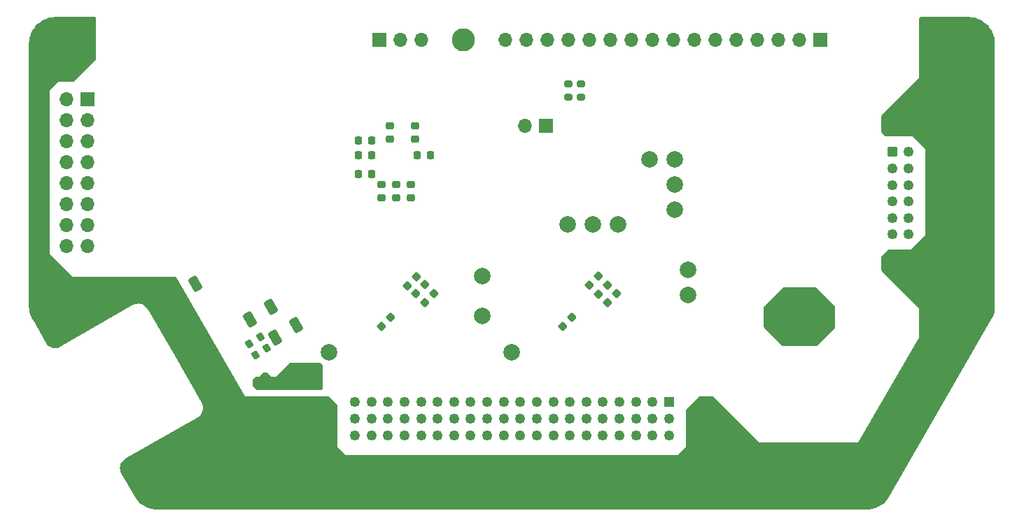
<source format=gbs>
%TF.GenerationSoftware,KiCad,Pcbnew,7.0.1-0*%
%TF.CreationDate,2023-04-03T11:55:14-05:00*%
%TF.ProjectId,plenum,706c656e-756d-42e6-9b69-6361645f7063,1*%
%TF.SameCoordinates,PXc1c9600PY2e063a0*%
%TF.FileFunction,Soldermask,Bot*%
%TF.FilePolarity,Negative*%
%FSLAX46Y46*%
G04 Gerber Fmt 4.6, Leading zero omitted, Abs format (unit mm)*
G04 Created by KiCad (PCBNEW 7.0.1-0) date 2023-04-03 11:55:14*
%MOMM*%
%LPD*%
G01*
G04 APERTURE LIST*
G04 Aperture macros list*
%AMRoundRect*
0 Rectangle with rounded corners*
0 $1 Rounding radius*
0 $2 $3 $4 $5 $6 $7 $8 $9 X,Y pos of 4 corners*
0 Add a 4 corners polygon primitive as box body*
4,1,4,$2,$3,$4,$5,$6,$7,$8,$9,$2,$3,0*
0 Add four circle primitives for the rounded corners*
1,1,$1+$1,$2,$3*
1,1,$1+$1,$4,$5*
1,1,$1+$1,$6,$7*
1,1,$1+$1,$8,$9*
0 Add four rect primitives between the rounded corners*
20,1,$1+$1,$2,$3,$4,$5,0*
20,1,$1+$1,$4,$5,$6,$7,0*
20,1,$1+$1,$6,$7,$8,$9,0*
20,1,$1+$1,$8,$9,$2,$3,0*%
%AMFreePoly0*
4,1,21,-0.625000,0.375000,-0.605970,0.470671,-0.551777,0.551777,-0.470671,0.605970,-0.375000,0.625000,0.375000,0.625000,0.470671,0.605970,0.551777,0.551777,0.605970,0.470671,0.625000,0.375000,0.625000,-0.375000,0.605970,-0.470671,0.551777,-0.551777,0.470671,-0.605970,0.375000,-0.625000,-0.375000,-0.625000,-0.470671,-0.605970,-0.551777,-0.551777,-0.605970,-0.470671,-0.625000,-0.375000,
-0.625000,0.375000,-0.625000,0.375000,$1*%
G04 Aperture macros list end*
%ADD10C,2.000000*%
%ADD11C,5.400000*%
%ADD12C,2.800000*%
%ADD13R,1.700000X1.700000*%
%ADD14O,1.700000X1.700000*%
%ADD15C,1.500000*%
%ADD16C,3.000000*%
%ADD17RoundRect,0.312500X0.312500X-0.312500X0.312500X0.312500X-0.312500X0.312500X-0.312500X-0.312500X0*%
%ADD18C,1.250000*%
%ADD19C,3.500000*%
%ADD20FreePoly0,90.000000*%
%ADD21RoundRect,0.250000X1.075000X-0.312500X1.075000X0.312500X-1.075000X0.312500X-1.075000X-0.312500X0*%
%ADD22RoundRect,0.225000X-0.017678X0.335876X-0.335876X0.017678X0.017678X-0.335876X0.335876X-0.017678X0*%
%ADD23RoundRect,0.250000X0.043542X-0.725417X0.606458X-0.400417X-0.043542X0.725417X-0.606458X0.400417X0*%
%ADD24RoundRect,0.225000X0.017678X-0.335876X0.335876X-0.017678X-0.017678X0.335876X-0.335876X0.017678X0*%
%ADD25RoundRect,0.225000X0.250000X-0.225000X0.250000X0.225000X-0.250000X0.225000X-0.250000X-0.225000X0*%
%ADD26RoundRect,0.225000X-0.225000X-0.250000X0.225000X-0.250000X0.225000X0.250000X-0.225000X0.250000X0*%
%ADD27RoundRect,0.250000X-0.043542X0.725417X-0.606458X0.400417X0.043542X-0.725417X0.606458X-0.400417X0*%
%ADD28RoundRect,0.200000X0.035705X0.338157X-0.310705X0.138157X-0.035705X-0.338157X0.310705X-0.138157X0*%
%ADD29RoundRect,0.225000X0.225000X0.250000X-0.225000X0.250000X-0.225000X-0.250000X0.225000X-0.250000X0*%
%ADD30RoundRect,0.200000X-0.275000X0.200000X-0.275000X-0.200000X0.275000X-0.200000X0.275000X0.200000X0*%
%ADD31RoundRect,0.200000X-0.035705X-0.338157X0.310705X-0.138157X0.035705X0.338157X-0.310705X0.138157X0*%
%ADD32RoundRect,0.225000X-0.250000X0.225000X-0.250000X-0.225000X0.250000X-0.225000X0.250000X0.225000X0*%
G04 APERTURE END LIST*
D10*
%TO.C,TP13*%
X-61976000Y-36195000D03*
%TD*%
D11*
%TO.C,H4*%
X-92075000Y-55626000D03*
%TD*%
D10*
%TO.C,TP16*%
X-80518000Y-40640000D03*
%TD*%
%TO.C,TP4*%
X-48641000Y-25146000D03*
%TD*%
D11*
%TO.C,H3*%
X-19685000Y-55626000D03*
%TD*%
%TO.C,H2*%
X-113030000Y-3556000D03*
%TD*%
D10*
%TO.C,TP2*%
X-58420000Y-40640000D03*
%TD*%
D12*
%TO.C,TP1*%
X-64262000Y-2794000D03*
%TD*%
D13*
%TO.C,J7*%
X-21082000Y-2794000D03*
D14*
X-23622000Y-2794000D03*
X-26162000Y-2794000D03*
X-28702000Y-2794000D03*
X-31242000Y-2794000D03*
X-33782000Y-2794000D03*
X-36322000Y-2794000D03*
X-38862000Y-2794000D03*
X-41402000Y-2794000D03*
X-43942000Y-2794000D03*
X-46482000Y-2794000D03*
X-49022000Y-2794000D03*
X-51562000Y-2794000D03*
X-54102000Y-2794000D03*
X-56642000Y-2794000D03*
X-59182000Y-2794000D03*
%TD*%
D13*
%TO.C,J9*%
X-74422000Y-2794000D03*
D14*
X-71882000Y-2794000D03*
X-69342000Y-2794000D03*
%TD*%
D15*
%TO.C,J5*%
X-94792481Y-42477689D03*
X-98292481Y-36415511D03*
%TD*%
D11*
%TO.C,H1*%
X-3810000Y-3556000D03*
%TD*%
D10*
%TO.C,TP5*%
X-38735000Y-23368000D03*
%TD*%
%TO.C,TP14*%
X-51689000Y-25146000D03*
%TD*%
%TO.C,TP6*%
X-38735000Y-20320000D03*
%TD*%
%TO.C,TP12*%
X-61976000Y-31369000D03*
%TD*%
%TO.C,TP11*%
X-45593000Y-25146000D03*
%TD*%
D16*
%TO.C,J4*%
X-11430000Y-29836000D03*
X-11430000Y-12836000D03*
D17*
X-12430000Y-16336000D03*
D18*
X-12430000Y-18336000D03*
X-12430000Y-20336000D03*
X-12430000Y-22336000D03*
X-12430000Y-24336000D03*
X-12430000Y-26336000D03*
X-10430000Y-16336000D03*
X-10430000Y-18336000D03*
X-10430000Y-20336000D03*
X-10430000Y-22336000D03*
X-10430000Y-24336000D03*
X-10430000Y-26336000D03*
%TD*%
D13*
%TO.C,J1*%
X-54351000Y-13208000D03*
D14*
X-56891000Y-13208000D03*
%TD*%
D10*
%TO.C,TP9*%
X-37084000Y-30607000D03*
%TD*%
%TO.C,TP8*%
X-41783000Y-17272000D03*
%TD*%
%TO.C,TP10*%
X-37084000Y-33655000D03*
%TD*%
D19*
%TO.C,J3*%
X-81920000Y-48641000D03*
X-34920000Y-48641000D03*
D20*
X-39420000Y-46641000D03*
D18*
X-41420000Y-46641000D03*
X-43420000Y-46641000D03*
X-45420000Y-46641000D03*
X-47420000Y-46641000D03*
X-49420000Y-46641000D03*
X-51420000Y-46641000D03*
X-53420000Y-46641000D03*
X-55420000Y-46641000D03*
X-57420000Y-46641000D03*
X-59420000Y-46641000D03*
X-61420000Y-46641000D03*
X-63420000Y-46641000D03*
X-65420000Y-46641000D03*
X-67420000Y-46641000D03*
X-69420000Y-46641000D03*
X-71420000Y-46641000D03*
X-73420000Y-46641000D03*
X-75420000Y-46641000D03*
X-77420000Y-46641000D03*
X-39420000Y-48641000D03*
X-41420000Y-48641000D03*
X-43420000Y-48641000D03*
X-45420000Y-48641000D03*
X-47420000Y-48641000D03*
X-49420000Y-48641000D03*
X-51420000Y-48641000D03*
X-53420000Y-48641000D03*
X-55420000Y-48641000D03*
X-57420000Y-48641000D03*
X-59420000Y-48641000D03*
X-61420000Y-48641000D03*
X-63420000Y-48641000D03*
X-65420000Y-48641000D03*
X-67420000Y-48641000D03*
X-69420000Y-48641000D03*
X-71420000Y-48641000D03*
X-73420000Y-48641000D03*
X-75420000Y-48641000D03*
X-77420000Y-48641000D03*
X-39420000Y-50641000D03*
X-41420000Y-50641000D03*
X-43420000Y-50641000D03*
X-45420000Y-50641000D03*
X-47420000Y-50641000D03*
X-49420000Y-50641000D03*
X-51420000Y-50641000D03*
X-53420000Y-50641000D03*
X-55420000Y-50641000D03*
X-57420000Y-50641000D03*
X-59420000Y-50641000D03*
X-61420000Y-50641000D03*
X-63420000Y-50641000D03*
X-65420000Y-50641000D03*
X-67420000Y-50641000D03*
X-69420000Y-50641000D03*
X-71420000Y-50641000D03*
X-73420000Y-50641000D03*
X-75420000Y-50641000D03*
X-77420000Y-50641000D03*
%TD*%
D10*
%TO.C,TP7*%
X-38735000Y-17272000D03*
%TD*%
D21*
%TO.C,R11*%
X-88265000Y-47182500D03*
X-88265000Y-44257500D03*
%TD*%
D22*
%TO.C,C32*%
X-73111992Y-36408992D03*
X-74208008Y-37505008D03*
%TD*%
D23*
%TO.C,C50*%
X-90102654Y-36587973D03*
X-87547880Y-35112973D03*
%TD*%
D24*
%TO.C,C30*%
X-68958357Y-34608274D03*
X-67862341Y-33512258D03*
%TD*%
D22*
%TO.C,C33*%
X-51140992Y-36408992D03*
X-52237008Y-37505008D03*
%TD*%
D25*
%TO.C,C6*%
X-70612000Y-21857000D03*
X-70612000Y-20307000D03*
%TD*%
D26*
%TO.C,C10*%
X-76975000Y-19050000D03*
X-75425000Y-19050000D03*
%TD*%
D24*
%TO.C,C36*%
X-70035988Y-33530644D03*
X-68939972Y-32434628D03*
%TD*%
D25*
%TO.C,C9*%
X-74168000Y-21857000D03*
X-74168000Y-20307000D03*
%TD*%
D27*
%TO.C,C49*%
X-96766613Y-32282500D03*
X-99321387Y-33757500D03*
%TD*%
D28*
%TO.C,R8*%
X-88058529Y-40100500D03*
X-89487471Y-40925500D03*
%TD*%
D24*
%TO.C,C37*%
X-47970235Y-33548578D03*
X-46874219Y-32452562D03*
%TD*%
%TO.C,C28*%
X-71033008Y-32552008D03*
X-69936992Y-31455992D03*
%TD*%
D13*
%TO.C,J2*%
X-109728000Y-9942830D03*
D14*
X-112268000Y-9942830D03*
X-109728000Y-12482830D03*
X-112268000Y-12482830D03*
X-109728000Y-15022830D03*
X-112268000Y-15022830D03*
X-109728000Y-17562830D03*
X-112268000Y-17562830D03*
X-109728000Y-20102830D03*
X-112268000Y-20102830D03*
X-109728000Y-22642830D03*
X-112268000Y-22642830D03*
X-109728000Y-25182830D03*
X-112268000Y-25182830D03*
X-109728000Y-27722830D03*
X-112268000Y-27722830D03*
%TD*%
D26*
%TO.C,C4*%
X-76975000Y-14986000D03*
X-75425000Y-14986000D03*
%TD*%
D29*
%TO.C,C54*%
X-68313000Y-16764000D03*
X-69863000Y-16764000D03*
%TD*%
D26*
%TO.C,C8*%
X-76975000Y-16764000D03*
X-75425000Y-16764000D03*
%TD*%
D24*
%TO.C,C29*%
X-49038673Y-32461755D03*
X-47942657Y-31365739D03*
%TD*%
D30*
%TO.C,R26*%
X-51562000Y-8065000D03*
X-51562000Y-9715000D03*
%TD*%
D25*
%TO.C,C5*%
X-72390000Y-21857000D03*
X-72390000Y-20307000D03*
%TD*%
D23*
%TO.C,C51*%
X-87068330Y-38795574D03*
X-84513556Y-37320574D03*
%TD*%
D31*
%TO.C,R9*%
X-90249471Y-39605677D03*
X-88820529Y-38780677D03*
%TD*%
D32*
%TO.C,C11*%
X-70104000Y-13195000D03*
X-70104000Y-14745000D03*
%TD*%
%TO.C,C7*%
X-73152000Y-13195000D03*
X-73152000Y-14745000D03*
%TD*%
D30*
%TO.C,R25*%
X-50038000Y-8065000D03*
X-50038000Y-9715000D03*
%TD*%
D24*
%TO.C,C31*%
X-46892604Y-34626209D03*
X-45796588Y-33530193D03*
%TD*%
G36*
X-108762300Y-13478D02*
G01*
X-108725478Y-50300D01*
X-108712000Y-100600D01*
X-108712000Y-5038330D01*
X-108719658Y-5076828D01*
X-108741465Y-5109465D01*
X-111476535Y-7844535D01*
X-111509172Y-7866342D01*
X-111547670Y-7874000D01*
X-113284000Y-7874000D01*
X-114300000Y-8890000D01*
X-114300000Y-28702000D01*
X-111506000Y-31496000D01*
X-99118001Y-31496000D01*
X-99067753Y-31509448D01*
X-99030939Y-31546196D01*
X-90678000Y-45974000D01*
X-80559670Y-45974000D01*
X-80521172Y-45981658D01*
X-80488535Y-46003465D01*
X-79531465Y-46960535D01*
X-79509658Y-46993172D01*
X-79502000Y-47031670D01*
X-79502000Y-52070000D01*
X-78486000Y-53086000D01*
X-38354000Y-53086000D01*
X-37338000Y-52070000D01*
X-37338000Y-47539670D01*
X-37330342Y-47501172D01*
X-37308535Y-47468535D01*
X-35843465Y-46003465D01*
X-35810828Y-45981658D01*
X-35772330Y-45974000D01*
X-34077670Y-45974000D01*
X-34039172Y-45981658D01*
X-34006535Y-46003465D01*
X-28448000Y-51562000D01*
X-16510000Y-51562000D01*
X-9144001Y-38862000D01*
X-9144000Y-38861998D01*
X-9144000Y-35306000D01*
X-13686535Y-30763465D01*
X-13708342Y-30730828D01*
X-13716000Y-30692330D01*
X-13716000Y-28997670D01*
X-13708342Y-28959172D01*
X-13686535Y-28926535D01*
X-12983465Y-28223465D01*
X-12950828Y-28201658D01*
X-12912330Y-28194000D01*
X-10160000Y-28194000D01*
X-8382000Y-26416000D01*
X-8382000Y-16002000D01*
X-9906000Y-14478000D01*
X-13166330Y-14478000D01*
X-13204828Y-14470342D01*
X-13237465Y-14448535D01*
X-13686535Y-13999465D01*
X-13708342Y-13966828D01*
X-13716000Y-13928330D01*
X-13716000Y-11979670D01*
X-13708342Y-11941172D01*
X-13686535Y-11908535D01*
X-9144000Y-7366000D01*
X-9144000Y-100600D01*
X-9130522Y-50300D01*
X-9093700Y-13478D01*
X-9043400Y0D01*
X-3177828Y0D01*
X-3172187Y-158D01*
X-2825155Y-19647D01*
X-2813945Y-20910D01*
X-2474062Y-78658D01*
X-2463063Y-81169D01*
X-2131792Y-176606D01*
X-2121144Y-180332D01*
X-1802637Y-312262D01*
X-1792473Y-317157D01*
X-1490743Y-483918D01*
X-1481191Y-489920D01*
X-1200032Y-689413D01*
X-1191211Y-696446D01*
X-934149Y-926171D01*
X-926172Y-934148D01*
X-696447Y-1191210D01*
X-689414Y-1200031D01*
X-489921Y-1481190D01*
X-483919Y-1490742D01*
X-317158Y-1792472D01*
X-312263Y-1802636D01*
X-180333Y-2121143D01*
X-176607Y-2131791D01*
X-81170Y-2463062D01*
X-78659Y-2474061D01*
X-20911Y-2813944D01*
X-19648Y-2825154D01*
X-158Y-3172187D01*
X0Y-3177828D01*
X0Y-35059134D01*
X-138Y-35064403D01*
X-17129Y-35388384D01*
X-18229Y-35398851D01*
X-68566Y-35716688D01*
X-70756Y-35726989D01*
X-154037Y-36037802D01*
X-157290Y-36047816D01*
X-272607Y-36348237D01*
X-276890Y-36357857D01*
X-424180Y-36646934D01*
X-426694Y-36651563D01*
X-12809934Y-58099966D01*
X-12813003Y-58104942D01*
X-13011046Y-58406089D01*
X-13018035Y-58415478D01*
X-13247835Y-58689341D01*
X-13255863Y-58697850D01*
X-13515901Y-58943181D01*
X-13524864Y-58950701D01*
X-13811629Y-59164186D01*
X-13821402Y-59170614D01*
X-14131004Y-59349361D01*
X-14141459Y-59354612D01*
X-14469728Y-59496211D01*
X-14480721Y-59500212D01*
X-14823205Y-59602742D01*
X-14834589Y-59605440D01*
X-15186661Y-59667517D01*
X-15198280Y-59668875D01*
X-15558107Y-59689830D01*
X-15563956Y-59690000D01*
X-101276046Y-59690000D01*
X-101281894Y-59689830D01*
X-101641721Y-59668878D01*
X-101653344Y-59667519D01*
X-102005410Y-59605434D01*
X-102016792Y-59602736D01*
X-102359269Y-59500201D01*
X-102370262Y-59496200D01*
X-102698524Y-59354598D01*
X-102708978Y-59349348D01*
X-103018581Y-59170597D01*
X-103028355Y-59164169D01*
X-103315118Y-58950682D01*
X-103324080Y-58943162D01*
X-103584122Y-58697827D01*
X-103592150Y-58689318D01*
X-103821944Y-58415465D01*
X-103828929Y-58406082D01*
X-104026995Y-58104946D01*
X-104030068Y-58099964D01*
X-105671923Y-55256189D01*
X-105675970Y-55248417D01*
X-105763981Y-55059744D01*
X-105769984Y-55043253D01*
X-105822723Y-54846430D01*
X-105825768Y-54829160D01*
X-105843527Y-54626159D01*
X-105843527Y-54608623D01*
X-105825765Y-54405625D01*
X-105822720Y-54388355D01*
X-105769975Y-54191520D01*
X-105763977Y-54175042D01*
X-105677855Y-53990360D01*
X-105669087Y-53975174D01*
X-105552203Y-53808252D01*
X-105540930Y-53794818D01*
X-105396833Y-53650728D01*
X-105383400Y-53639457D01*
X-105212867Y-53520055D01*
X-105205467Y-53515341D01*
X-96410444Y-48437532D01*
X-96229092Y-48310590D01*
X-96072557Y-48154045D01*
X-95945584Y-47972696D01*
X-95852032Y-47772063D01*
X-95794738Y-47558221D01*
X-95775446Y-47337689D01*
X-95794741Y-47117153D01*
X-95852038Y-46903322D01*
X-95945598Y-46702679D01*
X-99223095Y-41025886D01*
X-102500593Y-35349092D01*
X-102627521Y-35167712D01*
X-102784065Y-35011177D01*
X-102965412Y-34884203D01*
X-103166056Y-34790648D01*
X-103379899Y-34733354D01*
X-103600433Y-34714067D01*
X-103820976Y-34733367D01*
X-104034805Y-34790670D01*
X-104235455Y-34884240D01*
X-113030442Y-39962029D01*
X-113038259Y-39966097D01*
X-113226971Y-40054013D01*
X-113243416Y-40059995D01*
X-113440254Y-40112739D01*
X-113457523Y-40115784D01*
X-113660513Y-40133545D01*
X-113678047Y-40133545D01*
X-113881032Y-40115791D01*
X-113898301Y-40112747D01*
X-114095128Y-40060014D01*
X-114111606Y-40054017D01*
X-114296283Y-39967910D01*
X-114311469Y-39959143D01*
X-114478386Y-39842278D01*
X-114491819Y-39831008D01*
X-114635913Y-39686931D01*
X-114647185Y-39673499D01*
X-114766598Y-39502984D01*
X-114771317Y-39495577D01*
X-116413313Y-36651555D01*
X-116415826Y-36646927D01*
X-116563116Y-36357858D01*
X-116567399Y-36348238D01*
X-116682719Y-36047823D01*
X-116685973Y-36037808D01*
X-116769256Y-35726990D01*
X-116771445Y-35716690D01*
X-116821785Y-35398851D01*
X-116822886Y-35388378D01*
X-116839862Y-35064405D01*
X-116840000Y-35059141D01*
X-116840000Y-3177828D01*
X-116839842Y-3172187D01*
X-116820353Y-2825154D01*
X-116819090Y-2813944D01*
X-116761342Y-2474061D01*
X-116758831Y-2463062D01*
X-116663394Y-2131791D01*
X-116659668Y-2121143D01*
X-116527738Y-1802636D01*
X-116522843Y-1792472D01*
X-116356082Y-1490742D01*
X-116350080Y-1481190D01*
X-116150587Y-1200031D01*
X-116143554Y-1191210D01*
X-115913829Y-934148D01*
X-115905852Y-926171D01*
X-115648790Y-696446D01*
X-115639969Y-689413D01*
X-115358810Y-489920D01*
X-115349258Y-483918D01*
X-115047528Y-317157D01*
X-115037364Y-312262D01*
X-114718857Y-180332D01*
X-114708209Y-176606D01*
X-114376938Y-81169D01*
X-114365939Y-78658D01*
X-114026056Y-20910D01*
X-114014846Y-19647D01*
X-113667813Y-158D01*
X-113662172Y0D01*
X-108812600Y0D01*
X-108762300Y-13478D01*
G37*
G36*
X-21593172Y-32773658D02*
G01*
X-21560535Y-32795465D01*
X-19333465Y-35022535D01*
X-19311658Y-35055172D01*
X-19304000Y-35093670D01*
X-19304000Y-37550330D01*
X-19311658Y-37588828D01*
X-19333465Y-37621465D01*
X-21560535Y-39848535D01*
X-21593172Y-39870342D01*
X-21631670Y-39878000D01*
X-25612330Y-39878000D01*
X-25650828Y-39870342D01*
X-25683465Y-39848535D01*
X-27910535Y-37621465D01*
X-27932342Y-37588828D01*
X-27940000Y-37550330D01*
X-27940000Y-35093670D01*
X-27932342Y-35055172D01*
X-27910535Y-35022535D01*
X-25683465Y-32795465D01*
X-25650828Y-32773658D01*
X-25612330Y-32766000D01*
X-21631670Y-32766000D01*
X-21593172Y-32773658D01*
G37*
G36*
X-81537172Y-41917658D02*
G01*
X-81504535Y-41939465D01*
X-81309465Y-42134535D01*
X-81287658Y-42167172D01*
X-81280000Y-42205670D01*
X-81280000Y-44916330D01*
X-81287658Y-44954828D01*
X-81309465Y-44987465D01*
X-81504535Y-45182535D01*
X-81537172Y-45204342D01*
X-81575670Y-45212000D01*
X-89239330Y-45212000D01*
X-89277828Y-45204342D01*
X-89310465Y-45182535D01*
X-89759535Y-44733465D01*
X-89781342Y-44700828D01*
X-89789000Y-44662330D01*
X-89789000Y-43983670D01*
X-89781342Y-43945172D01*
X-89759535Y-43912535D01*
X-89437465Y-43590465D01*
X-89404828Y-43568658D01*
X-89366330Y-43561000D01*
X-89027000Y-43561000D01*
X-88548465Y-43082465D01*
X-88515828Y-43060658D01*
X-88477330Y-43053000D01*
X-88052670Y-43053000D01*
X-88014172Y-43060658D01*
X-87981535Y-43082465D01*
X-87503000Y-43561000D01*
X-86995000Y-43561000D01*
X-85373465Y-41939465D01*
X-85340828Y-41917658D01*
X-85302330Y-41910000D01*
X-81575670Y-41910000D01*
X-81537172Y-41917658D01*
G37*
M02*

</source>
